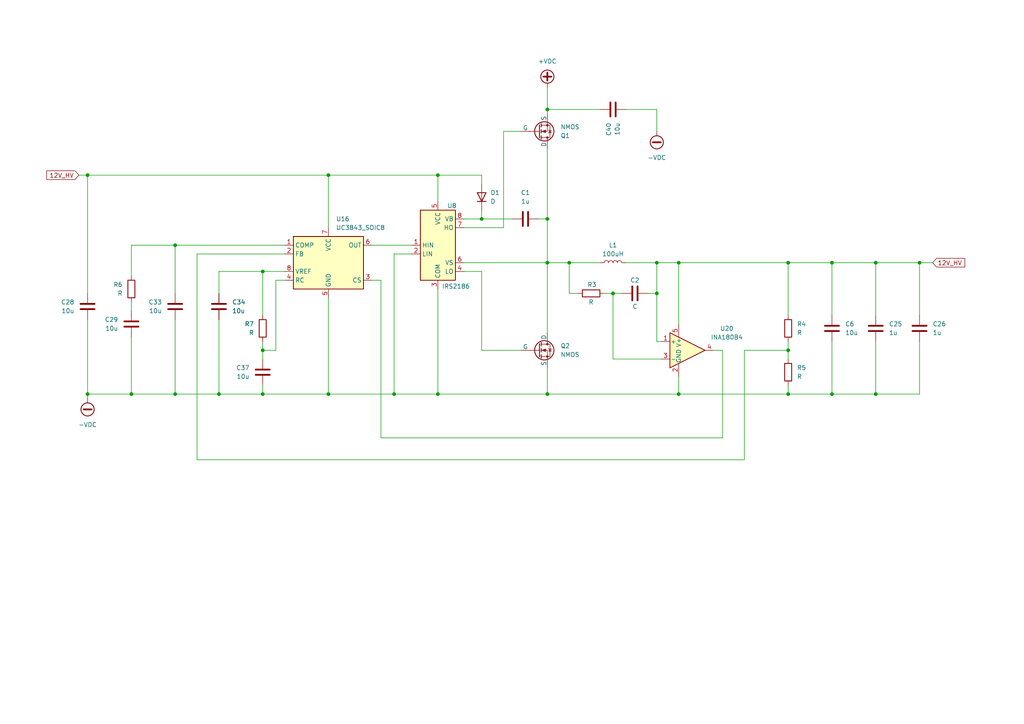
<source format=kicad_sch>
(kicad_sch (version 20231120) (generator "eeschema") (generator_version "8.0")
  (paper "A4")
  (lib_symbols
    (symbol "Amplifier_Current:INA180B4" (pin_names (offset 0.127))
      (property "Reference" "U" (at 3.81 3.81 0))
      (property "Value" "INA180B4" (at 3.81 -2.54 0))
      (symbol "INA180B4_0_1"
        (polyline (pts (xy 5.08 0) (xy -5.08 5.08) (xy -5.08 -5.08) (xy 5.08 0)) (stroke (width 0.254)) (fill (type background)))
      )
      (symbol "INA180B4_1_1"
        (pin input line (at -7.62 2.54 0) (length 2.54) (name "+") (number "1"))
        (pin power_in line (at -2.54 -7.62 90) (length 3.81) (name "GND") (number "2"))
        (pin input line (at -7.62 -2.54 0) (length 2.54) (name "-") (number "3"))
        (pin output line (at 7.62 0 180) (length 2.54) (name "~") (number "4"))
        (pin power_in line (at -2.54 7.62 270) (length 3.81) (name "V+") (number "5"))
      )
    )
    (symbol "Device:C" (pin_numbers hide) (pin_names (offset 0.254))
      (property "Reference" "C" (at 0.635 2.54 0))
      (property "Value" "C" (at 0.635 -2.54 0))
      (symbol "C_0_1"
        (polyline (pts (xy -2.032 -0.762) (xy 2.032 -0.762)) (stroke (width 0.508)))
        (polyline (pts (xy -2.032 0.762) (xy 2.032 0.762)) (stroke (width 0.508)))
      )
      (symbol "C_1_1"
        (pin passive line (at 0 3.81 270) (length 2.794) (name "~") (number "1"))
        (pin passive line (at 0 -3.81 90) (length 2.794) (name "~") (number "2"))
      )
    )
    (symbol "Device:D" (pin_numbers hide) (pin_names (offset 1.016) hide)
      (property "Reference" "D" (at 0 2.54 0))
      (property "Value" "D" (at 0 -2.54 0))
      (symbol "D_0_1"
        (polyline (pts (xy -1.27 1.27) (xy -1.27 -1.27)) (stroke (width 0.254)))
        (polyline (pts (xy 1.27 0) (xy -1.27 0)))
        (polyline (pts (xy 1.27 1.27) (xy 1.27 -1.27) (xy -1.27 0) (xy 1.27 1.27)) (stroke (width 0.254)))
      )
      (symbol "D_1_1"
        (pin passive line (at -3.81 0 0) (length 2.54) (name "K") (number "1"))
        (pin passive line (at 3.81 0 180) (length 2.54) (name "A") (number "2"))
      )
    )
    (symbol "Device:L" (pin_numbers hide) (pin_names (offset 1.016) hide)
      (property "Reference" "L" (at -1.27 0 90))
      (property "Value" "L" (at 1.905 0 90))
      (symbol "L_0_1"
        (arc (start 0 -2.54) (mid 0.6323 -1.905) (end 0 -1.27))
        (arc (start 0 -1.27) (mid 0.6323 -0.635) (end 0 0))
        (arc (start 0 0) (mid 0.6323 0.635) (end 0 1.27))
        (arc (start 0 1.27) (mid 0.6323 1.905) (end 0 2.54))
      )
      (symbol "L_1_1"
        (pin passive line (at 0 3.81 270) (length 1.27) (name "1") (number "1"))
        (pin passive line (at 0 -3.81 90) (length 1.27) (name "2") (number "2"))
      )
    )
    (symbol "Device:R" (pin_numbers hide) (pin_names (offset 0))
      (property "Reference" "R" (at 2.032 0 90))
      (property "Value" "R" (at 0 0 90))
      (symbol "R_0_1"
        (rectangle (start -1.016 -2.54) (end 1.016 2.54) (stroke (width 0.254)))
      )
      (symbol "R_1_1"
        (pin passive line (at 0 3.81 270) (length 1.27) (name "~") (number "1"))
        (pin passive line (at 0 -3.81 90) (length 1.27) (name "~") (number "2"))
      )
    )
    (symbol "Driver_FET:IRS2186"
      (property "Reference" "U" (at 1.27 13.335 0))
      (property "Value" "IRS2186" (at 1.27 11.43 0))
      (symbol "IRS2186_0_1"
        (rectangle (start -5.08 -10.16) (end 5.08 10.16) (stroke (width 0.254)) (fill (type background)))
      )
      (symbol "IRS2186_1_1"
        (pin input line (at -7.62 0 0) (length 2.54) (name "HIN") (number "1"))
        (pin input line (at -7.62 -2.54 0) (length 2.54) (name "LIN") (number "2"))
        (pin power_in line (at 0 -12.7 90) (length 2.54) (name "COM") (number "3"))
        (pin output line (at 7.62 -7.62 180) (length 2.54) (name "LO") (number "4"))
        (pin power_in line (at 0 12.7 270) (length 2.54) (name "VCC") (number "5"))
        (pin passive line (at 7.62 -5.08 180) (length 2.54) (name "VS") (number "6"))
        (pin output line (at 7.62 5.08 180) (length 2.54) (name "HO") (number "7"))
        (pin passive line (at 7.62 7.62 180) (length 2.54) (name "VB") (number "8"))
      )
    )
    (symbol "Regulator_Controller:UC3843_SOIC8"
      (property "Reference" "U" (at 3.81 11.43 0))
      (property "Value" "UC3843_SOIC8" (at 3.81 8.89 0))
      (symbol "UC3843_SOIC8_0_1"
        (rectangle (start -10.16 -7.62) (end 10.16 7.62) (stroke (width 0.254)) (fill (type background)))
      )
      (symbol "UC3843_SOIC8_1_1"
        (pin passive line (at -12.7 5.08 0) (length 2.54) (name "COMP") (number "1"))
        (pin input line (at -12.7 2.54 0) (length 2.54) (name "FB") (number "2"))
        (pin input line (at 12.7 -5.08 180) (length 2.54) (name "CS") (number "3"))
        (pin passive line (at -12.7 -5.08 0) (length 2.54) (name "RC") (number "4"))
        (pin power_in line (at 0 -10.16 90) (length 2.54) (name "GND") (number "5"))
        (pin output line (at 12.7 5.08 180) (length 2.54) (name "OUT") (number "6"))
        (pin power_in line (at 0 10.16 270) (length 2.54) (name "VCC") (number "7"))
        (pin power_out line (at -12.7 -2.54 0) (length 2.54) (name "VREF") (number "8"))
      )
    )
    (symbol "Simulation_SPICE:NMOS" (pin_numbers hide) (pin_names (offset 0))
      (property "Reference" "Q" (at 5.08 1.27 0))
      (property "Value" "NMOS" (at 5.08 -1.27 0))
      (symbol "NMOS_0_1"
        (polyline (pts (xy 0.254 0) (xy -2.54 0)))
        (polyline (pts (xy 0.254 1.905) (xy 0.254 -1.905)) (stroke (width 0.254)))
        (polyline (pts (xy 0.762 -1.27) (xy 0.762 -2.286)) (stroke (width 0.254)))
        (polyline (pts (xy 0.762 0.508) (xy 0.762 -0.508)) (stroke (width 0.254)))
        (polyline (pts (xy 0.762 2.286) (xy 0.762 1.27)) (stroke (width 0.254)))
        (polyline (pts (xy 2.54 2.54) (xy 2.54 1.778)))
        (polyline (pts (xy 2.54 -2.54) (xy 2.54 0) (xy 0.762 0)))
        (polyline (pts (xy 0.762 -1.778) (xy 3.302 -1.778) (xy 3.302 1.778) (xy 0.762 1.778)))
        (polyline (pts (xy 1.016 0) (xy 2.032 0.381) (xy 2.032 -0.381) (xy 1.016 0)) (fill (type outline)))
        (polyline (pts (xy 2.794 0.508) (xy 2.921 0.381) (xy 3.683 0.381) (xy 3.81 0.254)))
        (polyline (pts (xy 3.302 0.381) (xy 2.921 -0.254) (xy 3.683 -0.254) (xy 3.302 0.381)))
        (circle (center 1.651 0) (radius 2.794) (stroke (width 0.254)))
        (circle (center 2.54 -1.778) (radius 0.254) (fill (type outline)))
        (circle (center 2.54 1.778) (radius 0.254) (fill (type outline)))
      )
      (symbol "NMOS_1_1"
        (pin passive line (at 2.54 5.08 270) (length 2.54) (name "D") (number "1"))
        (pin input line (at -5.08 0 0) (length 2.54) (name "G") (number "2"))
        (pin passive line (at 2.54 -5.08 90) (length 2.54) (name "S") (number "3"))
      )
    )
    (symbol "power:+VDC" (power) (pin_numbers hide) (pin_names (offset 0) hide)
      (property "Value" "+VDC" (at 0 6.35 0))
      (symbol "+VDC_0_1"
        (polyline (pts (xy -1.143 3.175) (xy 1.143 3.175)) (stroke (width 0.508)))
        (polyline (pts (xy 0 0) (xy 0 1.27)))
        (polyline (pts (xy 0 2.032) (xy 0 4.318)) (stroke (width 0.508)))
        (circle (center 0 3.175) (radius 1.905) (stroke (width 0.254)))
      )
      (symbol "+VDC_1_1"
        (pin power_in line (at 0 0 90) (length 0) (name "~") (number "1"))
      )
    )
    (symbol "power:-VDC" (power) (pin_numbers hide) (pin_names (offset 0) hide)
      (property "Value" "-VDC" (at 0 6.35 0))
      (symbol "-VDC_0_1"
        (polyline (pts (xy -1.143 3.175) (xy 1.143 3.175)) (stroke (width 0.508)))
        (polyline (pts (xy 0 0) (xy 0 1.27)))
        (circle (center 0 3.175) (radius 1.905) (stroke (width 0.254)))
      )
      (symbol "-VDC_1_1"
        (pin power_in line (at 0 0 90) (length 0) (name "~") (number "1"))
      )
    )
  )
  (junction (at 127 114.3))
  (junction (at 50.8 71.12))
  (junction (at 165.1 76.2))
  (junction (at 190.5 85.09))
  (junction (at 25.4 50.8))
  (junction (at 76.2 114.3))
  (junction (at 158.75 31.75))
  (junction (at 254 114.3))
  (junction (at 228.6 101.6))
  (junction (at 241.3 114.3))
  (junction (at 63.5 114.3))
  (junction (at 25.4 114.3))
  (junction (at 76.2 101.6))
  (junction (at 158.75 114.3))
  (junction (at 266.7 76.2))
  (junction (at 241.3 76.2))
  (junction (at 139.7 63.5))
  (junction (at 50.8 114.3))
  (junction (at 190.5 76.2))
  (junction (at 254 76.2))
  (junction (at 127 50.8))
  (junction (at 196.85 76.2))
  (junction (at 76.2 78.74))
  (junction (at 114.3 114.3))
  (junction (at 228.6 114.3))
  (junction (at 158.75 76.2))
  (junction (at 158.75 63.5))
  (junction (at 228.6 76.2))
  (junction (at 95.25 50.8))
  (junction (at 95.25 114.3))
  (junction (at 177.8 85.09))
  (junction (at 196.85 114.3))
  (junction (at 38.1 114.3))
  (wire (pts (xy 139.7 78.74) (xy 134.62 78.74)))
  (wire (pts (xy 190.5 38.1) (xy 190.5 31.75)))
  (wire (pts (xy 63.5 92.71) (xy 63.5 114.3)))
  (wire (pts (xy 127 83.82) (xy 127 114.3)))
  (wire (pts (xy 158.75 76.2) (xy 165.1 76.2)))
  (wire (pts (xy 25.4 92.71) (xy 25.4 114.3)))
  (wire (pts (xy 215.9 133.35) (xy 57.15 133.35)))
  (wire (pts (xy 228.6 114.3) (xy 241.3 114.3)))
  (wire (pts (xy 196.85 76.2) (xy 196.85 93.98)))
  (wire (pts (xy 38.1 71.12) (xy 50.8 71.12)))
  (wire (pts (xy 139.7 50.8) (xy 127 50.8)))
  (wire (pts (xy 95.25 86.36) (xy 95.25 114.3)))
  (wire (pts (xy 139.7 63.5) (xy 148.59 63.5)))
  (wire (pts (xy 209.55 101.6) (xy 209.55 127)))
  (wire (pts (xy 228.6 99.06) (xy 228.6 101.6)))
  (wire (pts (xy 127 50.8) (xy 127 58.42)))
  (wire (pts (xy 38.1 71.12) (xy 38.1 80.01)))
  (wire (pts (xy 167.64 85.09) (xy 165.1 85.09)))
  (wire (pts (xy 241.3 76.2) (xy 241.3 91.44)))
  (wire (pts (xy 158.75 76.2) (xy 158.75 96.52)))
  (wire (pts (xy 158.75 43.18) (xy 158.75 63.5)))
  (wire (pts (xy 25.4 50.8) (xy 25.4 85.09)))
  (wire (pts (xy 190.5 31.75) (xy 181.61 31.75)))
  (wire (pts (xy 107.95 71.12) (xy 119.38 71.12)))
  (wire (pts (xy 139.7 60.96) (xy 139.7 63.5)))
  (wire (pts (xy 95.25 50.8) (xy 127 50.8)))
  (wire (pts (xy 173.99 31.75) (xy 158.75 31.75)))
  (wire (pts (xy 158.75 31.75) (xy 158.75 33.02)))
  (wire (pts (xy 266.7 76.2) (xy 266.7 91.44)))
  (wire (pts (xy 134.62 63.5) (xy 139.7 63.5)))
  (wire (pts (xy 196.85 76.2) (xy 190.5 76.2)))
  (wire (pts (xy 146.05 38.1) (xy 146.05 66.04)))
  (wire (pts (xy 95.25 50.8) (xy 95.25 66.04)))
  (wire (pts (xy 158.75 106.68) (xy 158.75 114.3)))
  (wire (pts (xy 76.2 111.76) (xy 76.2 114.3)))
  (wire (pts (xy 127 114.3) (xy 158.75 114.3)))
  (wire (pts (xy 241.3 114.3) (xy 254 114.3)))
  (wire (pts (xy 254 76.2) (xy 254 91.44)))
  (wire (pts (xy 63.5 114.3) (xy 76.2 114.3)))
  (wire (pts (xy 139.7 101.6) (xy 151.13 101.6)))
  (wire (pts (xy 165.1 76.2) (xy 173.99 76.2)))
  (wire (pts (xy 191.77 99.06) (xy 190.5 99.06)))
  (wire (pts (xy 196.85 114.3) (xy 228.6 114.3)))
  (wire (pts (xy 50.8 71.12) (xy 50.8 85.09)))
  (wire (pts (xy 119.38 73.66) (xy 114.3 73.66)))
  (wire (pts (xy 266.7 76.2) (xy 270.51 76.2)))
  (wire (pts (xy 38.1 114.3) (xy 50.8 114.3)))
  (wire (pts (xy 196.85 109.22) (xy 196.85 114.3)))
  (wire (pts (xy 134.62 76.2) (xy 158.75 76.2)))
  (wire (pts (xy 228.6 76.2) (xy 228.6 91.44)))
  (wire (pts (xy 228.6 76.2) (xy 196.85 76.2)))
  (wire (pts (xy 139.7 101.6) (xy 139.7 78.74)))
  (wire (pts (xy 175.26 85.09) (xy 177.8 85.09)))
  (wire (pts (xy 95.25 114.3) (xy 114.3 114.3)))
  (wire (pts (xy 215.9 101.6) (xy 215.9 133.35)))
  (wire (pts (xy 266.7 99.06) (xy 266.7 114.3)))
  (wire (pts (xy 57.15 73.66) (xy 82.55 73.66)))
  (wire (pts (xy 228.6 111.76) (xy 228.6 114.3)))
  (wire (pts (xy 254 114.3) (xy 266.7 114.3)))
  (wire (pts (xy 241.3 76.2) (xy 254 76.2)))
  (wire (pts (xy 50.8 71.12) (xy 82.55 71.12)))
  (wire (pts (xy 50.8 114.3) (xy 63.5 114.3)))
  (wire (pts (xy 190.5 76.2) (xy 190.5 85.09)))
  (wire (pts (xy 254 99.06) (xy 254 114.3)))
  (wire (pts (xy 22.86 50.8) (xy 25.4 50.8)))
  (wire (pts (xy 228.6 76.2) (xy 241.3 76.2)))
  (wire (pts (xy 139.7 50.8) (xy 139.7 53.34)))
  (wire (pts (xy 158.75 114.3) (xy 196.85 114.3)))
  (wire (pts (xy 181.61 76.2) (xy 190.5 76.2)))
  (wire (pts (xy 228.6 101.6) (xy 215.9 101.6)))
  (wire (pts (xy 156.21 63.5) (xy 158.75 63.5)))
  (wire (pts (xy 63.5 85.09) (xy 63.5 78.74)))
  (wire (pts (xy 209.55 127) (xy 110.49 127)))
  (wire (pts (xy 146.05 66.04) (xy 134.62 66.04)))
  (wire (pts (xy 76.2 78.74) (xy 82.55 78.74)))
  (wire (pts (xy 76.2 114.3) (xy 95.25 114.3)))
  (wire (pts (xy 165.1 85.09) (xy 165.1 76.2)))
  (wire (pts (xy 76.2 99.06) (xy 76.2 101.6)))
  (wire (pts (xy 114.3 73.66) (xy 114.3 114.3)))
  (wire (pts (xy 110.49 127) (xy 110.49 81.28)))
  (wire (pts (xy 50.8 92.71) (xy 50.8 114.3)))
  (wire (pts (xy 241.3 99.06) (xy 241.3 114.3)))
  (wire (pts (xy 158.75 25.4) (xy 158.75 31.75)))
  (wire (pts (xy 57.15 133.35) (xy 57.15 73.66)))
  (wire (pts (xy 76.2 101.6) (xy 76.2 104.14)))
  (wire (pts (xy 191.77 104.14) (xy 177.8 104.14)))
  (wire (pts (xy 254 76.2) (xy 266.7 76.2)))
  (wire (pts (xy 114.3 114.3) (xy 127 114.3)))
  (wire (pts (xy 228.6 101.6) (xy 228.6 104.14)))
  (wire (pts (xy 25.4 115.57) (xy 25.4 114.3)))
  (wire (pts (xy 38.1 87.63) (xy 38.1 90.17)))
  (wire (pts (xy 76.2 101.6) (xy 80.01 101.6)))
  (wire (pts (xy 177.8 104.14) (xy 177.8 85.09)))
  (wire (pts (xy 190.5 85.09) (xy 187.96 85.09)))
  (wire (pts (xy 63.5 78.74) (xy 76.2 78.74)))
  (wire (pts (xy 38.1 97.79) (xy 38.1 114.3)))
  (wire (pts (xy 25.4 114.3) (xy 38.1 114.3)))
  (wire (pts (xy 25.4 50.8) (xy 95.25 50.8)))
  (wire (pts (xy 207.01 101.6) (xy 209.55 101.6)))
  (wire (pts (xy 177.8 85.09) (xy 180.34 85.09)))
  (wire (pts (xy 76.2 78.74) (xy 76.2 91.44)))
  (wire (pts (xy 190.5 99.06) (xy 190.5 85.09)))
  (wire (pts (xy 110.49 81.28) (xy 107.95 81.28)))
  (wire (pts (xy 80.01 81.28) (xy 80.01 101.6)))
  (wire (pts (xy 158.75 63.5) (xy 158.75 76.2)))
  (wire (pts (xy 146.05 38.1) (xy 151.13 38.1)))
  (wire (pts (xy 82.55 81.28) (xy 80.01 81.28)))
  (global_label "12V_HV" (shape input) (at 22.86 50.8 180) (property "Intersheetrefs" "${INTERSHEET_REFS}" (effects (hide yes))))
  (global_label "12V_HV" (shape input) (at 270.51 76.2 0) (property "Intersheetrefs" "${INTERSHEET_REFS}" (effects (hide yes))))
  (symbol (lib_id "Simulation_SPICE:NMOS") (at 156.21 101.6 0) (unit 1)
    (property "Reference" "Q2" (at 162.56 100.3299 0) (effects (justify left)))
    (property "Value" "NMOS" (at 162.56 102.8699 0) (effects (justify left)))
    (property "Datasheet" "https://ngspice.sourceforge.io/docs/ngspice-html-manual/manual.xhtml#cha_MOSFETs" (effects (hide yes)))
    (property "Description" "N-MOSFET transistor, drain/source/gate" (effects (hide yes)))
    (property "Sim.Device" "NMOS" (effects (hide yes)))
    (property "Sim.Type" "VDMOS" (effects (hide yes)))
    (property "Sim.Pins" "1=D 2=G 3=S" (effects (hide yes)))
  )
  (symbol (lib_id "Device:L") (at 177.8 76.2 90) (unit 1)
    (property "Reference" "L1" (at 177.8 71.12 90))
    (property "Value" "100uH" (at 177.8 73.66 90))
    (property "Description" "Inductor" (effects (hide yes)))
  )
  (symbol (lib_id "Device:C") (at 177.8 31.75 270) (mirror x) (unit 1)
    (property "Reference" "C40" (at 176.5299 35.56 0) (effects (justify right)))
    (property "Value" "10u" (at 179.0699 35.56 0) (effects (justify right)))
    (property "Footprint" "Capacitor_SMD:C_0603_1608Metric" (effects (hide yes)))
    (property "Description" "Unpolarized capacitor" (effects (hide yes)))
  )
  (symbol (lib_id "Device:R") (at 228.6 107.95 180) (unit 1)
    (property "Reference" "R5" (at 231.14 106.6799 0) (effects (justify right)))
    (property "Value" "R" (at 231.14 109.2199 0) (effects (justify right)))
    (property "Description" "Resistor" (effects (hide yes)))
  )
  (symbol (lib_id "Device:C") (at 184.15 85.09 90) (unit 1)
    (property "Reference" "C2" (at 184.15 81.28 90))
    (property "Value" "C" (at 184.15 88.9 90))
    (property "Description" "Unpolarized capacitor" (effects (hide yes)))
  )
  (symbol (lib_id "Device:C") (at 25.4 88.9 0) (mirror x) (unit 1)
    (property "Reference" "C28" (at 21.59 87.6299 0) (effects (justify right)))
    (property "Value" "10u" (at 21.59 90.1699 0) (effects (justify right)))
    (property "Footprint" "Capacitor_SMD:C_0603_1608Metric" (effects (hide yes)))
    (property "Description" "Unpolarized capacitor" (effects (hide yes)))
  )
  (symbol (lib_id "Device:R") (at 38.1 83.82 0) (mirror x) (unit 1)
    (property "Reference" "R6" (at 35.56 82.5499 0) (effects (justify right)))
    (property "Value" "R" (at 35.56 85.0899 0) (effects (justify right)))
    (property "Description" "Resistor" (effects (hide yes)))
  )
  (symbol (lib_id "Regulator_Controller:UC3843_SOIC8") (at 95.25 76.2 0) (unit 1)
    (property "Reference" "U16" (at 97.4441 63.5 0) (effects (justify left)))
    (property "Value" "UC3843_SOIC8" (at 97.4441 66.04 0) (effects (justify left)))
    (property "Footprint" "Package_SO:SOIC-8_3.9x4.9mm_P1.27mm" (effects (hide yes)))
    (property "Datasheet" "http://www.ti.com/lit/ds/symlink/uc3842.pdf" (effects (hide yes)))
    (property "Description" "Current-Mode PWM Controllers, 100% Duty Cycle, 8.4V/7.6V UVLO, SOIC-8" (effects (hide yes)))
  )
  (symbol (lib_id "Amplifier_Current:INA180B4") (at 199.39 101.6 0) (unit 1)
    (property "Reference" "U20" (at 210.82 95.2814 0))
    (property "Value" "INA180B4" (at 210.82 97.8214 0))
    (property "Footprint" "Package_TO_SOT_SMD:SOT-23-5" (effects (hide yes)))
    (property "Datasheet" "http://www.ti.com/lit/ds/symlink/ina180.pdf" (effects (hide yes)))
    (property "Description" "Current Sense Amplifier, 1 Circuit, Rail-to-Rail, 26V, Gain 200 V/V, SOT-23-5" (effects (hide yes)))
  )
  (symbol (lib_id "Device:C") (at 76.2 107.95 0) (mirror y) (unit 1)
    (property "Reference" "C37" (at 72.39 106.6799 0) (effects (justify left)))
    (property "Value" "10u" (at 72.39 109.2199 0) (effects (justify left)))
    (property "Footprint" "Capacitor_SMD:C_0603_1608Metric" (effects (hide yes)))
    (property "Description" "Unpolarized capacitor" (effects (hide yes)))
  )
  (symbol (lib_id "Device:R") (at 228.6 95.25 180) (unit 1)
    (property "Reference" "R4" (at 231.14 93.9799 0) (effects (justify right)))
    (property "Value" "R" (at 231.14 96.5199 0) (effects (justify right)))
    (property "Description" "Resistor" (effects (hide yes)))
  )
  (symbol (lib_id "Device:C") (at 63.5 88.9 180) (unit 1)
    (property "Reference" "C34" (at 67.31 87.6299 0) (effects (justify right)))
    (property "Value" "10u" (at 67.31 90.1699 0) (effects (justify right)))
    (property "Footprint" "Capacitor_SMD:C_0603_1608Metric" (effects (hide yes)))
    (property "Description" "Unpolarized capacitor" (effects (hide yes)))
  )
  (symbol (lib_id "Device:D") (at 139.7 57.15 90) (unit 1)
    (property "Reference" "D1" (at 142.24 55.8799 90) (effects (justify right)))
    (property "Value" "D" (at 142.24 58.4199 90) (effects (justify right)))
    (property "Description" "Diode" (effects (hide yes)))
    (property "Sim.Device" "D" (effects (hide yes)))
    (property "Sim.Pins" "1=K 2=A" (effects (hide yes)))
  )
  (symbol (lib_id "power:-VDC") (at 190.5 38.1 180) (unit 1)
    (property "Reference" "#PWR08" (effects (hide yes)))
    (property "Value" "-VDC" (at 190.5 45.72 0))
    (property "Description" "Power symbol creates a global label with name \"-VDC\"" (effects (hide yes)))
  )
  (symbol (lib_id "Device:C") (at 152.4 63.5 90) (unit 1)
    (property "Reference" "C1" (at 152.4 55.88 90))
    (property "Value" "1u" (at 152.4 58.42 90))
    (property "Footprint" "Capacitor_SMD:C_0603_1608Metric" (effects (hide yes)))
    (property "Description" "Unpolarized capacitor" (effects (hide yes)))
  )
  (symbol (lib_id "power:-VDC") (at 25.4 115.57 180) (unit 1)
    (property "Reference" "#PWR03" (effects (hide yes)))
    (property "Value" "-VDC" (at 25.4 123.19 0))
    (property "Description" "Power symbol creates a global label with name \"-VDC\"" (effects (hide yes)))
  )
  (symbol (lib_id "Device:C") (at 266.7 95.25 0) (unit 1)
    (property "Reference" "C26" (at 270.51 93.9799 0) (effects (justify left)))
    (property "Value" "1u" (at 270.51 96.5199 0) (effects (justify left)))
    (property "Footprint" "Capacitor_SMD:C_0603_1608Metric" (effects (hide yes)))
    (property "Description" "Unpolarized capacitor" (effects (hide yes)))
  )
  (symbol (lib_id "Device:R") (at 76.2 95.25 0) (mirror x) (unit 1)
    (property "Reference" "R7" (at 73.66 93.9799 0) (effects (justify right)))
    (property "Value" "R" (at 73.66 96.5199 0) (effects (justify right)))
    (property "Description" "Resistor" (effects (hide yes)))
  )
  (symbol (lib_id "Device:C") (at 241.3 95.25 0) (unit 1)
    (property "Reference" "C6" (at 245.11 93.9799 0) (effects (justify left)))
    (property "Value" "10u" (at 245.11 96.5199 0) (effects (justify left)))
    (property "Footprint" "Capacitor_SMD:C_0603_1608Metric" (effects (hide yes)))
    (property "Description" "Unpolarized capacitor" (effects (hide yes)))
  )
  (symbol (lib_id "Driver_FET:IRS2186") (at 127 71.12 0) (unit 1)
    (property "Reference" "U8" (at 129.7021 59.69 0) (effects (justify left)))
    (property "Value" "IRS2186" (at 128.1781 83.058 0) (effects (justify left)))
    (property "Datasheet" "https://www.infineon.com/dgdl/irs2186pbf.pdf?fileId=5546d462533600a40153567716c427ed" (effects (hide yes)))
    (property "Description" "High and Low Side Driver, 600V, 4A, PDIP-8/SOIC-8" (effects (hide yes)))
  )
  (symbol (lib_id "Device:C") (at 254 95.25 0) (unit 1)
    (property "Reference" "C25" (at 257.81 93.9799 0) (effects (justify left)))
    (property "Value" "1u" (at 257.81 96.5199 0) (effects (justify left)))
    (property "Footprint" "Capacitor_SMD:C_0603_1608Metric" (effects (hide yes)))
    (property "Description" "Unpolarized capacitor" (effects (hide yes)))
  )
  (symbol (lib_id "Device:C") (at 50.8 88.9 0) (mirror y) (unit 1)
    (property "Reference" "C33" (at 46.99 87.6299 0) (effects (justify left)))
    (property "Value" "10u" (at 46.99 90.1699 0) (effects (justify left)))
    (property "Footprint" "Capacitor_SMD:C_0603_1608Metric" (effects (hide yes)))
    (property "Description" "Unpolarized capacitor" (effects (hide yes)))
  )
  (symbol (lib_id "power:+VDC") (at 158.75 25.4 0) (unit 1)
    (property "Reference" "#PWR04" (effects (hide yes)))
    (property "Value" "+VDC" (at 158.75 17.78 0))
    (property "Description" "Power symbol creates a global label with name \"+VDC\"" (effects (hide yes)))
  )
  (symbol (lib_id "Device:R") (at 171.45 85.09 90) (unit 1)
    (property "Reference" "R3" (at 171.704 82.55 90))
    (property "Value" "R" (at 171.45 87.63 90))
    (property "Description" "Resistor" (effects (hide yes)))
  )
  (symbol (lib_id "Device:C") (at 38.1 93.98 0) (mirror y) (unit 1)
    (property "Reference" "C29" (at 34.29 92.7099 0) (effects (justify left)))
    (property "Value" "10u" (at 34.29 95.2499 0) (effects (justify left)))
    (property "Footprint" "Capacitor_SMD:C_0603_1608Metric" (effects (hide yes)))
    (property "Description" "Unpolarized capacitor" (effects (hide yes)))
  )
  (symbol (lib_id "Simulation_SPICE:NMOS") (at 156.21 38.1 0) (mirror x) (unit 1)
    (property "Reference" "Q1" (at 162.56 39.3701 0) (effects (justify left)))
    (property "Value" "NMOS" (at 162.56 36.8301 0) (effects (justify left)))
    (property "Datasheet" "https://ngspice.sourceforge.io/docs/ngspice-html-manual/manual.xhtml#cha_MOSFETs" (effects (hide yes)))
    (property "Description" "N-MOSFET transistor, drain/source/gate" (effects (hide yes)))
    (property "Sim.Device" "NMOS" (effects (hide yes)))
    (property "Sim.Type" "VDMOS" (effects (hide yes)))
    (property "Sim.Pins" "1=D 2=G 3=S" (effects (hide yes)))
  )
)
</source>
